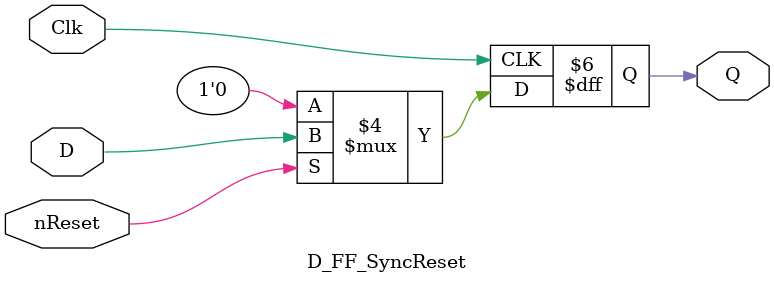
<source format=v>

module D_FF_SyncReset (
    input  wire Clk,
    input  wire nReset,  // active-low synchronous
    input  wire D,
    output reg  Q
);
    always @(posedge Clk) begin
        if (!nReset)		 // reset active when nReset = 0
            Q <= 1'b0;   // reset on clock edge 
        else
            Q <= D;
    end
endmodule

</source>
